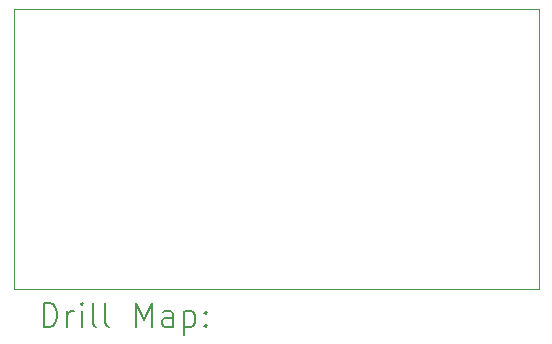
<source format=gbr>
%TF.GenerationSoftware,KiCad,Pcbnew,6.0.11+dfsg-1*%
%TF.CreationDate,2024-04-10T12:01:10+02:00*%
%TF.ProjectId,Nehari_Chauveliere_aase_dephaseur,4e656861-7269-45f4-9368-617576656c69,rev?*%
%TF.SameCoordinates,Original*%
%TF.FileFunction,Drillmap*%
%TF.FilePolarity,Positive*%
%FSLAX45Y45*%
G04 Gerber Fmt 4.5, Leading zero omitted, Abs format (unit mm)*
G04 Created by KiCad (PCBNEW 6.0.11+dfsg-1) date 2024-04-10 12:01:10*
%MOMM*%
%LPD*%
G01*
G04 APERTURE LIST*
%ADD10C,0.100000*%
%ADD11C,0.200000*%
G04 APERTURE END LIST*
D10*
X11150600Y-6807200D02*
X15595600Y-6807200D01*
X15595600Y-6807200D02*
X15595600Y-9182100D01*
X15595600Y-9182100D02*
X11150600Y-9182100D01*
X11150600Y-9182100D02*
X11150600Y-6807200D01*
D11*
X11403219Y-9497576D02*
X11403219Y-9297576D01*
X11450838Y-9297576D01*
X11479409Y-9307100D01*
X11498457Y-9326148D01*
X11507981Y-9345195D01*
X11517505Y-9383290D01*
X11517505Y-9411862D01*
X11507981Y-9449957D01*
X11498457Y-9469005D01*
X11479409Y-9488052D01*
X11450838Y-9497576D01*
X11403219Y-9497576D01*
X11603219Y-9497576D02*
X11603219Y-9364243D01*
X11603219Y-9402338D02*
X11612743Y-9383290D01*
X11622267Y-9373767D01*
X11641314Y-9364243D01*
X11660362Y-9364243D01*
X11727028Y-9497576D02*
X11727028Y-9364243D01*
X11727028Y-9297576D02*
X11717505Y-9307100D01*
X11727028Y-9316624D01*
X11736552Y-9307100D01*
X11727028Y-9297576D01*
X11727028Y-9316624D01*
X11850838Y-9497576D02*
X11831790Y-9488052D01*
X11822267Y-9469005D01*
X11822267Y-9297576D01*
X11955600Y-9497576D02*
X11936552Y-9488052D01*
X11927028Y-9469005D01*
X11927028Y-9297576D01*
X12184171Y-9497576D02*
X12184171Y-9297576D01*
X12250838Y-9440433D01*
X12317505Y-9297576D01*
X12317505Y-9497576D01*
X12498457Y-9497576D02*
X12498457Y-9392814D01*
X12488933Y-9373767D01*
X12469886Y-9364243D01*
X12431790Y-9364243D01*
X12412743Y-9373767D01*
X12498457Y-9488052D02*
X12479409Y-9497576D01*
X12431790Y-9497576D01*
X12412743Y-9488052D01*
X12403219Y-9469005D01*
X12403219Y-9449957D01*
X12412743Y-9430910D01*
X12431790Y-9421386D01*
X12479409Y-9421386D01*
X12498457Y-9411862D01*
X12593695Y-9364243D02*
X12593695Y-9564243D01*
X12593695Y-9373767D02*
X12612743Y-9364243D01*
X12650838Y-9364243D01*
X12669886Y-9373767D01*
X12679409Y-9383290D01*
X12688933Y-9402338D01*
X12688933Y-9459481D01*
X12679409Y-9478529D01*
X12669886Y-9488052D01*
X12650838Y-9497576D01*
X12612743Y-9497576D01*
X12593695Y-9488052D01*
X12774648Y-9478529D02*
X12784171Y-9488052D01*
X12774648Y-9497576D01*
X12765124Y-9488052D01*
X12774648Y-9478529D01*
X12774648Y-9497576D01*
X12774648Y-9373767D02*
X12784171Y-9383290D01*
X12774648Y-9392814D01*
X12765124Y-9383290D01*
X12774648Y-9373767D01*
X12774648Y-9392814D01*
M02*

</source>
